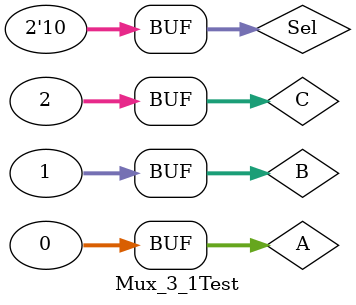
<source format=v>
`timescale 1ns / 1ps


module Mux_3_1Test;

	// Inputs
	reg [31:0] A;
	reg [31:0] B;
	reg [31:0] C;
	reg [1:0] Sel;

	// Outputs
	wire [31:0] Out;

	// Instantiate the Unit Under Test (UUT)
	Mux_3_1 uut (
		.A(A), 
		.B(B), 
		.C(C), 
		.Sel(Sel), 
		.Out(Out)
	);

	initial begin
		// Initialize Inputs
		A = 0;
		B = 0;
		C = 0;
		Sel = 0;

		// Wait 100 ns for global reset to finish
		#100;
	end
	
	initial
		begin
			A = 32'b0; B = 32'b1; C = 32'b10; Sel = 2'b00;
			#10; A = 32'b0; B = 32'b1; C = 32'b10; Sel = 2'b01;
			#10; A = 32'b0; B = 32'b1; C = 32'b10; Sel = 2'b10;
		end
      
endmodule


</source>
